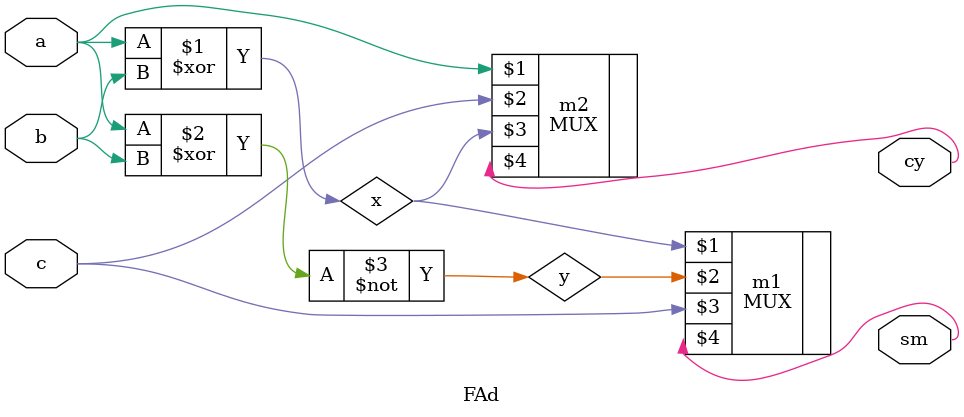
<source format=v>
module FAd(a, b, c, cy, sm);
	input a, b, c;
	output cy, sm;
	wire x, y;
	xor x1(x, a, b);
	xnor x2(y, a, b);
	MUX m1(x, y, c, sm);
	MUX m2(a, c, x, cy);
endmodule
</source>
